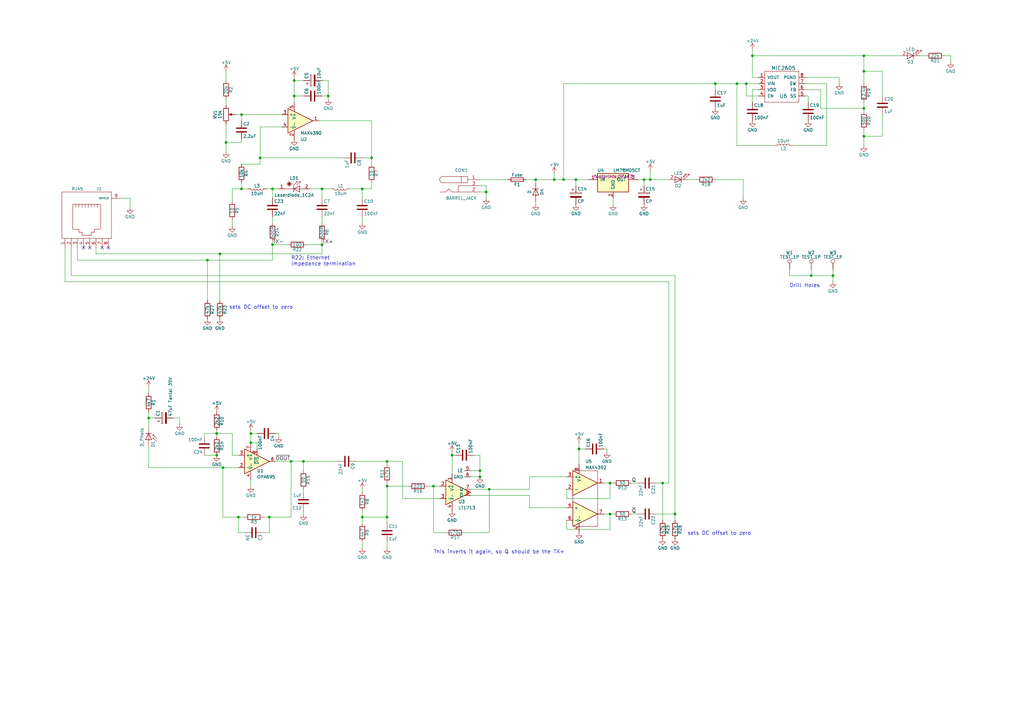
<source format=kicad_sch>
(kicad_sch (version 20230121) (generator eeschema)
  (paper "A3")
  (junction (at 354.33 55.88))
  (junction (at 111.76 100.33))
  (junction (at 158.75 212.09))
  (junction (at 250.19 210.82))
  (junction (at 264.16 73.66))
  (junction (at 110.49 212.09))
  (junction (at 200.66 200.66))
  (junction (at 354.33 44.45))
  (junction (at 134.62 39.37))
  (junction (at 124.46 189.23))
  (junction (at 306.07 34.29))
  (junction (at 85.09 106.68))
  (junction (at 354.33 29.21))
  (junction (at 102.87 181.61))
  (junction (at 119.38 189.23))
  (junction (at 231.14 73.66))
  (junction (at 308.61 22.86))
  (junction (at 132.08 77.47))
  (junction (at 92.71 58.42))
  (junction (at 158.75 189.23))
  (junction (at 158.75 199.39))
  (junction (at 196.85 195.58))
  (junction (at 91.44 191.77))
  (junction (at 111.76 77.47))
  (junction (at 199.39 78.74))
  (junction (at 97.79 212.09))
  (junction (at 185.42 186.69))
  (junction (at 196.85 193.04))
  (junction (at 219.71 73.66))
  (junction (at 102.87 177.8))
  (junction (at 88.9 177.8))
  (junction (at 148.59 77.47))
  (junction (at 120.65 33.02))
  (junction (at 250.19 198.12))
  (junction (at 132.08 100.33))
  (junction (at 99.06 77.47))
  (junction (at 99.06 46.99))
  (junction (at 88.9 186.69))
  (junction (at 236.22 73.66))
  (junction (at 341.63 113.03))
  (junction (at 177.8 199.39))
  (junction (at 227.33 73.66))
  (junction (at 237.49 184.15))
  (junction (at 106.68 64.77))
  (junction (at 152.4 64.77))
  (junction (at 120.65 39.37))
  (junction (at 266.7 73.66))
  (junction (at 271.78 198.12))
  (junction (at 293.37 34.29))
  (junction (at 332.74 113.03))
  (junction (at 148.59 212.09))
  (junction (at 276.86 210.82))
  (junction (at 354.33 22.86))
  (junction (at 90.17 104.14))
  (junction (at 302.26 34.29))
  (junction (at 60.96 171.45))
  (no_connect (at 41.91 101.6))
  (no_connect (at 36.83 101.6))
  (no_connect (at 44.45 101.6))
  (no_connect (at 34.29 101.6))
  (wire (pts (xy 158.75 199.39) (xy 158.75 212.09)))
  (wire (pts (xy 95.25 186.69) (xy 97.79 186.69)))
  (wire (pts (xy 232.41 204.47) (xy 232.41 200.66)))
  (wire (pts (xy 83.82 177.8) (xy 88.9 177.8)))
  (wire (pts (xy 102.87 181.61) (xy 105.41 181.61)))
  (wire (pts (xy 232.41 217.17) (xy 232.41 213.36)))
  (wire (pts (xy 114.3 177.8) (xy 114.3 179.07)))
  (wire (pts (xy 227.33 73.66) (xy 227.33 71.12)))
  (wire (pts (xy 219.71 83.82) (xy 219.71 82.55)))
  (wire (pts (xy 99.06 77.47) (xy 101.6 77.47)))
  (wire (pts (xy 99.06 58.42) (xy 92.71 58.42)))
  (wire (pts (xy 354.33 29.21) (xy 361.95 29.21)))
  (wire (pts (xy 143.51 77.47) (xy 148.59 77.47)))
  (wire (pts (xy 217.17 200.66) (xy 217.17 195.58)))
  (wire (pts (xy 134.62 39.37) (xy 132.08 39.37)))
  (wire (pts (xy 158.75 190.5) (xy 158.75 189.23)))
  (wire (pts (xy 132.08 81.28) (xy 132.08 77.47)))
  (wire (pts (xy 110.49 212.09) (xy 119.38 212.09)))
  (wire (pts (xy 158.75 224.79) (xy 158.75 222.25)))
  (wire (pts (xy 308.61 22.86) (xy 308.61 31.75)))
  (wire (pts (xy 331.47 39.37) (xy 330.2 39.37)))
  (wire (pts (xy 130.81 49.53) (xy 152.4 49.53)))
  (wire (pts (xy 83.82 186.69) (xy 88.9 186.69)))
  (wire (pts (xy 231.14 34.29) (xy 293.37 34.29)))
  (wire (pts (xy 152.4 49.53) (xy 152.4 64.77)))
  (wire (pts (xy 271.78 198.12) (xy 271.78 213.36)))
  (wire (pts (xy 91.44 191.77) (xy 91.44 212.09)))
  (wire (pts (xy 124.46 189.23) (xy 124.46 193.04)))
  (wire (pts (xy 124.46 189.23) (xy 138.43 189.23)))
  (wire (pts (xy 60.96 191.77) (xy 91.44 191.77)))
  (wire (pts (xy 237.49 181.61) (xy 237.49 184.15)))
  (wire (pts (xy 304.8 73.66) (xy 304.8 81.28)))
  (wire (pts (xy 165.1 204.47) (xy 180.34 204.47)))
  (wire (pts (xy 323.85 113.03) (xy 332.74 113.03)))
  (wire (pts (xy 308.61 31.75) (xy 311.15 31.75)))
  (wire (pts (xy 354.33 55.88) (xy 354.33 59.69)))
  (wire (pts (xy 124.46 210.82) (xy 124.46 209.55)))
  (wire (pts (xy 111.76 106.68) (xy 85.09 106.68)))
  (wire (pts (xy 29.21 113.03) (xy 276.86 113.03)))
  (wire (pts (xy 293.37 34.29) (xy 302.26 34.29)))
  (wire (pts (xy 236.22 76.2) (xy 236.22 73.66)))
  (wire (pts (xy 120.65 39.37) (xy 120.65 41.91)))
  (wire (pts (xy 60.96 171.45) (xy 60.96 175.26)))
  (wire (pts (xy 266.7 73.66) (xy 274.32 73.66)))
  (wire (pts (xy 271.78 198.12) (xy 274.32 198.12)))
  (wire (pts (xy 39.37 101.6) (xy 39.37 104.14)))
  (wire (pts (xy 106.68 52.07) (xy 106.68 64.77)))
  (wire (pts (xy 208.28 73.66) (xy 196.85 73.66)))
  (wire (pts (xy 341.63 110.49) (xy 341.63 113.03)))
  (wire (pts (xy 247.65 184.15) (xy 248.92 184.15)))
  (wire (pts (xy 152.4 64.77) (xy 152.4 67.31)))
  (wire (pts (xy 332.74 113.03) (xy 341.63 113.03)))
  (wire (pts (xy 217.17 203.2) (xy 217.17 208.28)))
  (wire (pts (xy 232.41 204.47) (xy 250.19 204.47)))
  (wire (pts (xy 102.87 176.53) (xy 102.87 177.8)))
  (wire (pts (xy 60.96 161.29) (xy 60.96 158.75)))
  (wire (pts (xy 323.85 110.49) (xy 323.85 113.03)))
  (wire (pts (xy 73.66 171.45) (xy 73.66 173.99)))
  (wire (pts (xy 361.95 46.99) (xy 361.95 55.88)))
  (wire (pts (xy 148.59 77.47) (xy 152.4 77.47)))
  (wire (pts (xy 148.59 212.09) (xy 148.59 214.63)))
  (wire (pts (xy 158.75 189.23) (xy 165.1 189.23)))
  (wire (pts (xy 175.26 199.39) (xy 177.8 199.39)))
  (wire (pts (xy 219.71 74.93) (xy 219.71 73.66)))
  (wire (pts (xy 293.37 73.66) (xy 304.8 73.66)))
  (wire (pts (xy 193.04 203.2) (xy 217.17 203.2)))
  (wire (pts (xy 97.79 212.09) (xy 100.33 212.09)))
  (wire (pts (xy 92.71 43.18) (xy 92.71 40.64)))
  (wire (pts (xy 95.25 177.8) (xy 95.25 186.69)))
  (wire (pts (xy 91.44 212.09) (xy 97.79 212.09)))
  (wire (pts (xy 336.55 36.83) (xy 336.55 44.45)))
  (wire (pts (xy 99.06 57.15) (xy 99.06 58.42)))
  (wire (pts (xy 196.85 186.69) (xy 196.85 193.04)))
  (wire (pts (xy 311.15 36.83) (xy 308.61 36.83)))
  (wire (pts (xy 336.55 44.45) (xy 354.33 44.45)))
  (wire (pts (xy 107.95 212.09) (xy 110.49 212.09)))
  (wire (pts (xy 83.82 177.8) (xy 83.82 179.07)))
  (wire (pts (xy 124.46 39.37) (xy 120.65 39.37)))
  (wire (pts (xy 250.19 217.17) (xy 250.19 210.82)))
  (wire (pts (xy 227.33 73.66) (xy 231.14 73.66)))
  (wire (pts (xy 196.85 193.04) (xy 196.85 195.58)))
  (wire (pts (xy 200.66 200.66) (xy 200.66 218.44)))
  (wire (pts (xy 217.17 195.58) (xy 232.41 195.58)))
  (wire (pts (xy 354.33 41.91) (xy 354.33 44.45)))
  (wire (pts (xy 330.2 36.83) (xy 336.55 36.83)))
  (wire (pts (xy 148.59 224.79) (xy 148.59 222.25)))
  (wire (pts (xy 247.65 210.82) (xy 250.19 210.82)))
  (wire (pts (xy 332.74 110.49) (xy 332.74 113.03)))
  (wire (pts (xy 29.21 101.6) (xy 29.21 113.03)))
  (wire (pts (xy 134.62 39.37) (xy 134.62 40.64)))
  (wire (pts (xy 99.06 46.99) (xy 115.57 46.99)))
  (wire (pts (xy 95.25 90.17) (xy 95.25 92.71)))
  (wire (pts (xy 269.24 210.82) (xy 276.86 210.82)))
  (wire (pts (xy 118.11 100.33) (xy 111.76 100.33)))
  (wire (pts (xy 237.49 184.15) (xy 240.03 184.15)))
  (wire (pts (xy 344.17 31.75) (xy 344.17 34.29)))
  (wire (pts (xy 293.37 36.83) (xy 293.37 34.29)))
  (wire (pts (xy 106.68 64.77) (xy 140.97 64.77)))
  (wire (pts (xy 302.26 34.29) (xy 306.07 34.29)))
  (wire (pts (xy 49.53 81.28) (xy 53.34 81.28)))
  (wire (pts (xy 361.95 29.21) (xy 361.95 39.37)))
  (wire (pts (xy 90.17 104.14) (xy 132.08 104.14)))
  (wire (pts (xy 308.61 22.86) (xy 354.33 22.86)))
  (wire (pts (xy 165.1 189.23) (xy 165.1 204.47)))
  (wire (pts (xy 199.39 78.74) (xy 199.39 81.28)))
  (wire (pts (xy 193.04 195.58) (xy 196.85 195.58)))
  (wire (pts (xy 194.31 186.69) (xy 196.85 186.69)))
  (wire (pts (xy 119.38 189.23) (xy 124.46 189.23)))
  (wire (pts (xy 106.68 52.07) (xy 115.57 52.07)))
  (wire (pts (xy 39.37 104.14) (xy 90.17 104.14)))
  (wire (pts (xy 99.06 49.53) (xy 99.06 46.99)))
  (wire (pts (xy 193.04 193.04) (xy 196.85 193.04)))
  (wire (pts (xy 232.41 217.17) (xy 250.19 217.17)))
  (wire (pts (xy 132.08 100.33) (xy 132.08 99.06)))
  (wire (pts (xy 250.19 198.12) (xy 251.46 198.12)))
  (wire (pts (xy 281.94 73.66) (xy 285.75 73.66)))
  (wire (pts (xy 276.86 210.82) (xy 276.86 213.36)))
  (wire (pts (xy 302.26 59.69) (xy 317.5 59.69)))
  (wire (pts (xy 148.59 212.09) (xy 158.75 212.09)))
  (wire (pts (xy 105.41 181.61) (xy 105.41 184.15)))
  (wire (pts (xy 330.2 34.29) (xy 339.09 34.29)))
  (wire (pts (xy 127 77.47) (xy 132.08 77.47)))
  (wire (pts (xy 389.89 22.86) (xy 389.89 25.4)))
  (wire (pts (xy 200.66 218.44) (xy 190.5 218.44)))
  (wire (pts (xy 308.61 20.32) (xy 308.61 22.86)))
  (wire (pts (xy 106.68 67.31) (xy 99.06 67.31)))
  (wire (pts (xy 120.65 31.75) (xy 120.65 33.02)))
  (wire (pts (xy 261.62 198.12) (xy 259.08 198.12)))
  (wire (pts (xy 276.86 113.03) (xy 276.86 210.82)))
  (wire (pts (xy 185.42 185.42) (xy 185.42 186.69)))
  (wire (pts (xy 196.85 78.74) (xy 199.39 78.74)))
  (wire (pts (xy 113.03 177.8) (xy 114.3 177.8)))
  (wire (pts (xy 199.39 76.2) (xy 199.39 78.74)))
  (wire (pts (xy 63.5 171.45) (xy 60.96 171.45)))
  (wire (pts (xy 152.4 77.47) (xy 152.4 74.93)))
  (wire (pts (xy 95.25 77.47) (xy 95.25 82.55)))
  (wire (pts (xy 148.59 200.66) (xy 148.59 201.93)))
  (wire (pts (xy 148.59 77.47) (xy 148.59 81.28)))
  (wire (pts (xy 88.9 176.53) (xy 88.9 177.8)))
  (wire (pts (xy 132.08 104.14) (xy 132.08 100.33)))
  (wire (pts (xy 339.09 34.29) (xy 339.09 59.69)))
  (wire (pts (xy 379.73 22.86) (xy 377.19 22.86)))
  (wire (pts (xy 331.47 41.91) (xy 331.47 39.37)))
  (wire (pts (xy 193.04 200.66) (xy 200.66 200.66)))
  (wire (pts (xy 146.05 189.23) (xy 158.75 189.23)))
  (wire (pts (xy 111.76 81.28) (xy 111.76 77.47)))
  (wire (pts (xy 248.92 184.15) (xy 248.92 185.42)))
  (wire (pts (xy 231.14 73.66) (xy 236.22 73.66)))
  (wire (pts (xy 99.06 74.93) (xy 99.06 77.47)))
  (wire (pts (xy 96.52 46.99) (xy 99.06 46.99)))
  (wire (pts (xy 158.75 198.12) (xy 158.75 199.39)))
  (wire (pts (xy 91.44 191.77) (xy 97.79 191.77)))
  (wire (pts (xy 177.8 218.44) (xy 182.88 218.44)))
  (wire (pts (xy 110.49 218.44) (xy 110.49 212.09)))
  (wire (pts (xy 261.62 73.66) (xy 264.16 73.66)))
  (wire (pts (xy 90.17 123.19) (xy 90.17 104.14)))
  (wire (pts (xy 339.09 59.69) (xy 325.12 59.69)))
  (wire (pts (xy 134.62 33.02) (xy 134.62 39.37)))
  (wire (pts (xy 26.67 115.57) (xy 274.32 115.57)))
  (wire (pts (xy 60.96 182.88) (xy 60.96 191.77)))
  (wire (pts (xy 236.22 73.66) (xy 241.3 73.66)))
  (wire (pts (xy 124.46 33.02) (xy 120.65 33.02)))
  (wire (pts (xy 111.76 77.47) (xy 114.3 77.47)))
  (wire (pts (xy 132.08 77.47) (xy 135.89 77.47)))
  (wire (pts (xy 269.24 198.12) (xy 271.78 198.12)))
  (wire (pts (xy 120.65 33.02) (xy 120.65 39.37)))
  (wire (pts (xy 111.76 99.06) (xy 111.76 100.33)))
  (wire (pts (xy 109.22 77.47) (xy 111.76 77.47)))
  (wire (pts (xy 237.49 184.15) (xy 237.49 190.5)))
  (wire (pts (xy 132.08 33.02) (xy 134.62 33.02)))
  (wire (pts (xy 111.76 91.44) (xy 111.76 88.9)))
  (wire (pts (xy 100.33 218.44) (xy 97.79 218.44)))
  (wire (pts (xy 92.71 33.02) (xy 92.71 29.21)))
  (wire (pts (xy 200.66 200.66) (xy 217.17 200.66)))
  (wire (pts (xy 308.61 36.83) (xy 308.61 41.91)))
  (wire (pts (xy 85.09 123.19) (xy 85.09 106.68)))
  (wire (pts (xy 158.75 199.39) (xy 167.64 199.39)))
  (wire (pts (xy 354.33 44.45) (xy 354.33 45.72)))
  (wire (pts (xy 311.15 39.37) (xy 306.07 39.37)))
  (wire (pts (xy 306.07 34.29) (xy 311.15 34.29)))
  (wire (pts (xy 106.68 64.77) (xy 106.68 67.31)))
  (wire (pts (xy 88.9 177.8) (xy 95.25 177.8)))
  (wire (pts (xy 60.96 168.91) (xy 60.96 171.45)))
  (wire (pts (xy 302.26 34.29) (xy 302.26 59.69)))
  (wire (pts (xy 148.59 209.55) (xy 148.59 212.09)))
  (wire (pts (xy 354.33 29.21) (xy 354.33 34.29)))
  (wire (pts (xy 125.73 100.33) (xy 132.08 100.33)))
  (wire (pts (xy 217.17 208.28) (xy 232.41 208.28)))
  (wire (pts (xy 113.03 189.23) (xy 119.38 189.23)))
  (wire (pts (xy 88.9 177.8) (xy 88.9 179.07)))
  (wire (pts (xy 177.8 199.39) (xy 180.34 199.39)))
  (wire (pts (xy 185.42 186.69) (xy 185.42 194.31)))
  (wire (pts (xy 158.75 212.09) (xy 158.75 214.63)))
  (wire (pts (xy 354.33 22.86) (xy 354.33 29.21)))
  (wire (pts (xy 354.33 22.86) (xy 369.57 22.86)))
  (wire (pts (xy 92.71 50.8) (xy 92.71 58.42)))
  (wire (pts (xy 251.46 83.82) (xy 251.46 81.28)))
  (wire (pts (xy 148.59 64.77) (xy 152.4 64.77)))
  (wire (pts (xy 306.07 39.37) (xy 306.07 34.29)))
  (wire (pts (xy 124.46 201.93) (xy 124.46 200.66)))
  (wire (pts (xy 71.12 171.45) (xy 73.66 171.45)))
  (wire (pts (xy 111.76 100.33) (xy 111.76 106.68)))
  (wire (pts (xy 250.19 210.82) (xy 251.46 210.82)))
  (wire (pts (xy 264.16 76.2) (xy 264.16 73.66)))
  (wire (pts (xy 341.63 113.03) (xy 341.63 115.57)))
  (wire (pts (xy 119.38 212.09) (xy 119.38 189.23)))
  (wire (pts (xy 274.32 198.12) (xy 274.32 115.57)))
  (wire (pts (xy 266.7 73.66) (xy 266.7 69.85)))
  (wire (pts (xy 132.08 91.44) (xy 132.08 88.9)))
  (wire (pts (xy 85.09 106.68) (xy 31.75 106.68)))
  (wire (pts (xy 31.75 101.6) (xy 31.75 106.68)))
  (wire (pts (xy 387.35 22.86) (xy 389.89 22.86)))
  (wire (pts (xy 250.19 204.47) (xy 250.19 198.12)))
  (wire (pts (xy 102.87 199.39) (xy 102.87 196.85)))
  (wire (pts (xy 53.34 81.28) (xy 53.34 85.09)))
  (wire (pts (xy 177.8 199.39) (xy 177.8 218.44)))
  (wire (pts (xy 219.71 73.66) (xy 227.33 73.66)))
  (wire (pts (xy 95.25 77.47) (xy 99.06 77.47)))
  (wire (pts (xy 361.95 55.88) (xy 354.33 55.88)))
  (wire (pts (xy 330.2 31.75) (xy 344.17 31.75)))
  (wire (pts (xy 148.59 91.44) (xy 148.59 88.9)))
  (wire (pts (xy 247.65 198.12) (xy 250.19 198.12)))
  (wire (pts (xy 107.95 218.44) (xy 110.49 218.44)))
  (wire (pts (xy 92.71 58.42) (xy 92.71 62.23)))
  (wire (pts (xy 196.85 76.2) (xy 199.39 76.2)))
  (wire (pts (xy 264.16 73.66) (xy 266.7 73.66)))
  (wire (pts (xy 105.41 177.8) (xy 102.87 177.8)))
  (wire (pts (xy 185.42 186.69) (xy 186.69 186.69)))
  (wire (pts (xy 26.67 101.6) (xy 26.67 115.57)))
  (wire (pts (xy 354.33 53.34) (xy 354.33 55.88)))
  (wire (pts (xy 102.87 177.8) (xy 102.87 181.61)))
  (wire (pts (xy 231.14 34.29) (xy 231.14 73.66)))
  (wire (pts (xy 215.9 73.66) (xy 219.71 73.66)))
  (wire (pts (xy 97.79 218.44) (xy 97.79 212.09)))
  (wire (pts (xy 261.62 210.82) (xy 259.08 210.82)))
  (text "R22: Ethernet\nimpedance termination" (at 119.38 109.22 0) (effects (font (size 1.524 1.524)) (justify left bottom)))
  (text "sets DC offset to zero" (at 93.98 127 0) (effects (font (size 1.524 1.524)) (justify left bottom)))
  (text "sets DC offset to zero" (at 281.94 219.71 0) (effects (font (size 1.524 1.524)) (justify left bottom)))
  (text "Drill Holes\n" (at 323.85 118.11 0) (effects (font (size 1.524 1.524)) (justify left bottom)))
  (text "This inverts it again, so Q should be the TX+" (at 177.8 227.33 0) (effects (font (size 1.524 1.524)) (justify left bottom)))
  (label "Q" (at 259.08 198.12 0) (effects (font (size 1.524 1.524))))
  (label "~{Q}" (at 259.08 210.82 0) (effects (font (size 1.524 1.524))))
  (label "~{DOUT}" (at 113.03 189.23 0) (effects (font (size 1.524 1.524))))
  (label "TX-" (at 111.76 100.33 0) (effects (font (size 1.524 1.524))))
  (label "TX+" (at 132.08 100.33 0) (effects (font (size 1.524 1.524))))
  (symbol (lib_id "ethernet:MAX4390") (at 120.65 49.53 0) (unit 1)
    (property "Reference" "U2" (at 123.19 57.15 0) (effects (justify left)))
    (property "Value" "MAX4390" (at 123.19 54.61 0) (effects (justify left)))
    (property "Footprint" "TO_SOT_Packages_SMD:SOT-23-5" (effects hide))
  )
  (symbol (lib_id "ethernet-rescue:R") (at 95.25 86.36 0) (unit 1)
    (property "Reference" "R5" (at 97.282 86.36 90))
    (property "Value" "10" (at 95.25 86.36 90))
    (property "Footprint" "Resistors_SMD:R_0603_HandSoldering" (effects hide))
    (property "MFR" "0603WAF100JT5E" (effects hide))
    (property "LCSC" "C22859" (effects hide))
    (property "Description" "100mW Thick Film Resistors ±1% ±400ppm/℃ 10Ω 0603  Chip Resistor - Surface Mount ROHS" (effects hide))
    (property "URL" "https://jlcpcb.com/partdetail/23586-0603WAF100JT5E/C22859" (effects hide))
  )
  (symbol (lib_id "ethernet-rescue:Laserdiode_1C2A") (at 121.92 77.47 0) (unit 1)
    (property "Reference" "LD1" (at 120.65 73.025 0))
    (property "Value" "Laserdiode_1C2A" (at 120.65 80.01 0))
    (property "Footprint" "footprints:laserdiode_6mm" (effects hide))
  )
  (symbol (lib_id "ethernet-rescue:L") (at 139.7 77.47 270) (unit 1)
    (property "Reference" "L1" (at 139.7 76.2 90))
    (property "Value" "10uH" (at 139.7 79.375 90))
    (property "Footprint" "Capacitors_SMD:C_1210_HandSoldering" (effects hide))
  )
  (symbol (lib_id "ethernet-rescue:C") (at 132.08 85.09 0) (unit 1)
    (property "Reference" "C7" (at 132.715 82.55 0) (effects (justify left)))
    (property "Value" "22nF" (at 132.715 87.63 0) (effects (justify left)))
    (property "Footprint" "Capacitors_SMD:C_0603_HandSoldering" (effects hide))
  )
  (symbol (lib_id "ethernet-rescue:R") (at 132.08 95.25 0) (unit 1)
    (property "Reference" "R6" (at 134.112 95.25 90))
    (property "Value" "500R" (at 132.08 95.25 90))
    (property "Footprint" "Resistors_SMD:R_0603_HandSoldering" (effects hide))
    (property "MFR" "0603WAF4990T5E" (effects hide))
    (property "LCSC" "C23065" (effects hide))
    (property "Description" "100mW Thick Film Resistors ±100ppm/℃ ±1% 499Ω 0603  Chip Resistor - Surface Mount ROHS" (effects hide))
    (property "URL" "https://jlcpcb.com/partdetail/23792-0603WAF4990T5E/C23065" (effects hide))
  )
  (symbol (lib_id "ethernet-rescue:GND") (at 95.25 92.71 0) (unit 1)
    (property "Reference" "#PWR01" (effects hide))
    (property "Value" "GND" (at 95.25 96.52 0))
  )
  (symbol (lib_id "ethernet-rescue:GND") (at 120.65 57.15 0) (unit 1)
    (property "Reference" "#PWR02" (effects hide))
    (property "Value" "GND" (at 120.65 60.96 0))
  )
  (symbol (lib_id "ethernet-rescue:POT") (at 92.71 46.99 0) (unit 1)
    (property "Reference" "RV1" (at 88.265 46.99 90))
    (property "Value" "15k" (at 90.17 46.99 90))
    (property "Footprint" "footprints:TC33k" (effects hide))
  )
  (symbol (lib_id "ethernet-rescue:+5V") (at 92.71 29.21 0) (unit 1)
    (property "Reference" "#PWR03" (effects hide))
    (property "Value" "+5V" (at 92.71 25.654 0))
  )
  (symbol (lib_id "ethernet-rescue:+5V") (at 120.65 31.75 0) (unit 1)
    (property "Reference" "#PWR04" (effects hide))
    (property "Value" "+5V" (at 120.65 28.194 0))
  )
  (symbol (lib_id "ethernet-rescue:GND") (at 92.71 62.23 0) (unit 1)
    (property "Reference" "#PWR05" (effects hide))
    (property "Value" "GND" (at 92.71 66.04 0))
  )
  (symbol (lib_id "ethernet-rescue:C") (at 128.27 39.37 90) (unit 1)
    (property "Reference" "C6" (at 125.73 38.735 0) (effects (justify left)))
    (property "Value" "100nF" (at 130.81 38.735 0) (effects (justify left)))
    (property "Footprint" "Capacitors_SMD:C_0603_HandSoldering" (effects hide))
  )
  (symbol (lib_id "ethernet-rescue:GND") (at 134.62 40.64 0) (unit 1)
    (property "Reference" "#PWR06" (effects hide))
    (property "Value" "GND" (at 134.62 44.45 0))
  )
  (symbol (lib_id "ethernet-rescue:CP") (at 128.27 33.02 90) (unit 1)
    (property "Reference" "C5" (at 125.73 32.385 0) (effects (justify left)))
    (property "Value" "10uF" (at 130.81 32.385 0) (effects (justify left)))
    (property "Footprint" "Capacitors_SMD:CP_Elec_4x5.8" (effects hide))
    (property "MFR" "EEEFK1E100AR" (effects hide))
    (property "LCSC" "C401709" (effects hide))
    (property "Description" "10uF 25V 58.5mA@120Hz ±20% SMD,D4xL5.8mm  Aluminum Electrolytic Capacitors - SMD ROHS" (effects hide))
    (property "URL" "https://jlcpcb.com/partdetail/Panasonic-EEEFK1E100AR/C401709" (effects hide))
  )
  (symbol (lib_id "ethernet-rescue:C") (at 148.59 85.09 0) (unit 1)
    (property "Reference" "C10" (at 149.225 82.55 0) (effects (justify left)))
    (property "Value" "100nF" (at 149.225 87.63 0) (effects (justify left)))
    (property "Footprint" "Capacitors_SMD:C_0603_HandSoldering" (effects hide))
  )
  (symbol (lib_id "ethernet-rescue:GND") (at 148.59 91.44 0) (unit 1)
    (property "Reference" "#PWR07" (effects hide))
    (property "Value" "GND" (at 148.59 95.25 0))
  )
  (symbol (lib_id "ethernet-rescue:R") (at 99.06 71.12 0) (unit 1)
    (property "Reference" "R4" (at 101.092 71.12 90))
    (property "Value" "10k" (at 99.06 71.12 90))
    (property "Footprint" "Resistors_SMD:R_0603_HandSoldering" (effects hide))
    (property "MFR" "0603WAF1002T5E" (effects hide))
    (property "LCSC" "C25804" (effects hide))
    (property "Description" "100mW Thick Film Resistors ±100ppm/℃ ±1% 10kΩ 0603  Chip Resistor - Surface Mount ROHS" (effects hide))
    (property "URL" "https://jlcpcb.com/partdetail/26547-0603WAF1002T5E/C25804" (effects hide))
  )
  (symbol (lib_id "ethernet-rescue:R") (at 152.4 71.12 0) (unit 1)
    (property "Reference" "R7" (at 154.432 71.12 90))
    (property "Value" "10" (at 152.4 71.12 90))
    (property "Footprint" "Resistors_SMD:R_0603_HandSoldering" (effects hide))
    (property "MFR" "0603WAF100JT5E" (effects hide))
    (property "LCSC" "C22859" (effects hide))
    (property "Description" "100mW Thick Film Resistors ±1% ±400ppm/℃ 10Ω 0603  Chip Resistor - Surface Mount ROHS" (effects hide))
    (property "URL" "https://jlcpcb.com/partdetail/23586-0603WAF100JT5E/C22859" (effects hide))
  )
  (symbol (lib_id "ethernet-rescue:C") (at 144.78 64.77 270) (unit 1)
    (property "Reference" "C8" (at 147.32 65.405 0) (effects (justify left)))
    (property "Value" "1uF" (at 142.24 65.405 0) (effects (justify left)))
    (property "Footprint" "Capacitors_SMD:C_0603_HandSoldering" (effects hide))
  )
  (symbol (lib_id "ethernet-rescue:R") (at 92.71 36.83 0) (unit 1)
    (property "Reference" "R2" (at 94.742 36.83 90))
    (property "Value" "20k" (at 92.71 36.83 90))
    (property "Footprint" "Resistors_SMD:R_0603_HandSoldering" (effects hide))
    (property "MFR" "0603WAF2002T5E" (effects hide))
    (property "LCSC" "C4184" (effects hide))
    (property "Description" "100mW Thick Film Resistors ±100ppm/℃ ±1% 20kΩ 0603  Chip Resistor - Surface Mount ROHS" (effects hide))
    (property "URL" "https://jlcpcb.com/partdetail/4591-0603WAF2002T5E/C4184" (effects hide))
  )
  (symbol (lib_id "ethernet-rescue:C") (at 99.06 53.34 0) (unit 1)
    (property "Reference" "C2" (at 99.695 50.8 0) (effects (justify left)))
    (property "Value" "2.2uF" (at 99.695 55.88 0) (effects (justify left)))
    (property "Footprint" "Capacitors_SMD:C_0603_HandSoldering" (effects hide))
  )
  (symbol (lib_id "ethernet-rescue:R") (at 158.75 194.31 180) (unit 1)
    (property "Reference" "R11" (at 156.718 194.31 90))
    (property "Value" "47k" (at 158.75 194.31 90))
    (property "Footprint" "Resistors_SMD:R_0603_HandSoldering" (effects hide))
    (property "MFR" "0603WAF4702T5E" (effects hide))
    (property "LCSC" "C25819" (effects hide))
    (property "Description" "100mW Thick Film Resistors ±100ppm/℃ ±1% 47kΩ 0603  Chip Resistor - Surface Mount ROHS" (effects hide))
    (property "URL" "https://jlcpcb.com/partdetail/26562-0603WAF4702T5E/C25819" (effects hide))
  )
  (symbol (lib_id "ethernet-rescue:C") (at 158.75 218.44 0) (unit 1)
    (property "Reference" "C11" (at 159.385 215.9 0) (effects (justify left)))
    (property "Value" "1uF" (at 159.385 220.98 0) (effects (justify left)))
    (property "Footprint" "Capacitors_SMD:C_0603_HandSoldering" (effects hide))
  )
  (symbol (lib_id "ethernet-rescue:GND") (at 158.75 224.79 0) (unit 1)
    (property "Reference" "#PWR08" (effects hide))
    (property "Value" "GND" (at 158.75 228.6 0))
  )
  (symbol (lib_id "ethernet-rescue:+5V") (at 185.42 185.42 0) (unit 1)
    (property "Reference" "#PWR09" (effects hide))
    (property "Value" "+5V" (at 185.42 181.864 0))
  )
  (symbol (lib_id "ethernet-rescue:GND") (at 185.42 209.55 0) (unit 1)
    (property "Reference" "#PWR010" (effects hide))
    (property "Value" "GND" (at 185.42 213.36 0))
  )
  (symbol (lib_id "ethernet-rescue:C") (at 190.5 186.69 90) (unit 1)
    (property "Reference" "C13" (at 187.96 186.055 0) (effects (justify left)))
    (property "Value" "100nF" (at 193.04 186.055 0) (effects (justify left)))
    (property "Footprint" "Capacitors_SMD:C_0603_HandSoldering" (effects hide))
  )
  (symbol (lib_id "ethernet-rescue:GND") (at 196.85 195.58 0) (unit 1)
    (property "Reference" "#PWR011" (effects hide))
    (property "Value" "GND" (at 196.85 199.39 0))
  )
  (symbol (lib_id "ethernet-rescue:C") (at 142.24 189.23 270) (unit 1)
    (property "Reference" "C9" (at 144.78 189.865 0) (effects (justify left)))
    (property "Value" "22nF" (at 139.7 189.865 0) (effects (justify left)))
    (property "Footprint" "Capacitors_SMD:C_0603_HandSoldering" (effects hide))
  )
  (symbol (lib_id "ethernet:LT1713") (at 185.42 201.93 0) (unit 1)
    (property "Reference" "U3" (at 187.96 205.74 0) (effects (justify left)))
    (property "Value" "LT1713" (at 187.96 208.28 0) (effects (justify left)))
    (property "Footprint" "Housings_SSOP:MSOP-8_3x3mm_Pitch0.65mm" (effects hide))
  )
  (symbol (lib_id "ethernet-rescue:RJ45") (at 35.56 90.17 0) (unit 1)
    (property "Reference" "J1" (at 40.64 77.47 0))
    (property "Value" "RJ45" (at 31.75 77.47 0))
    (property "Footprint" "footprints:RJ45_AMPH" (effects hide))
  )
  (symbol (lib_id "ethernet-rescue:GND") (at 53.34 85.09 0) (unit 1)
    (property "Reference" "#PWR012" (effects hide))
    (property "Value" "GND" (at 53.34 88.9 0))
  )
  (symbol (lib_id "ethernet-rescue:R") (at 148.59 205.74 0) (unit 1)
    (property "Reference" "R8" (at 150.622 205.74 90))
    (property "Value" "1k2" (at 148.59 205.74 90))
    (property "Footprint" "Resistors_SMD:R_0603_HandSoldering" (effects hide))
    (property "MFR" "0603WAF1201T5E" (effects hide))
    (property "LCSC" "C22765" (effects hide))
    (property "Description" "100mW Thick Film Resistors ±100ppm/℃ ±1% 1.2kΩ 0603  Chip Resistor - Surface Mount ROHS" (effects hide))
    (property "URL" "https://jlcpcb.com/partdetail/23492-0603WAF1201T5E/C22765" (effects hide))
  )
  (symbol (lib_id "ethernet-rescue:R") (at 148.59 218.44 0) (unit 1)
    (property "Reference" "R9" (at 150.622 218.44 90))
    (property "Value" "4k7" (at 148.59 218.44 90))
    (property "Footprint" "Resistors_SMD:R_0603_HandSoldering" (effects hide))
    (property "MFR" "0603WAF4701T5E" (effects hide))
    (property "LCSC" "C23162" (effects hide))
    (property "Description" "100mW Thick Film Resistors ±100ppm/℃ ±1% 4.7kΩ 0603  Chip Resistor - Surface Mount ROHS" (effects hide))
    (property "URL" "https://jlcpcb.com/partdetail/23889-0603WAF4701T5E/C23162" (effects hide))
  )
  (symbol (lib_id "ethernet-rescue:+5V") (at 148.59 200.66 0) (unit 1)
    (property "Reference" "#PWR013" (effects hide))
    (property "Value" "+5V" (at 148.59 197.104 0))
  )
  (symbol (lib_id "ethernet-rescue:GND") (at 148.59 224.79 0) (unit 1)
    (property "Reference" "#PWR014" (effects hide))
    (property "Value" "GND" (at 148.59 228.6 0))
  )
  (symbol (lib_id "ethernet-rescue:D_Photo") (at 60.96 180.34 270) (unit 1)
    (property "Reference" "D1" (at 62.738 180.848 0) (effects (justify left)))
    (property "Value" "D_Photo" (at 58.166 179.324 0))
    (property "Footprint" "LEDs:LED_D3.0mm_Horicontal_O2.54mm" (effects hide))
  )
  (symbol (lib_id "ethernet-rescue:+24V") (at 60.96 158.75 0) (unit 1)
    (property "Reference" "#PWR015" (effects hide))
    (property "Value" "+24V" (at 60.96 155.194 0))
  )
  (symbol (lib_id "ethernet-rescue:R") (at 60.96 165.1 0) (unit 1)
    (property "Reference" "R1" (at 62.992 165.1 90))
    (property "Value" "4k7" (at 60.96 165.1 90))
    (property "Footprint" "Resistors_SMD:R_0603_HandSoldering" (effects hide))
    (property "MFR" "0603WAF4701T5E" (effects hide))
    (property "LCSC" "C23162" (effects hide))
    (property "Description" "100mW Thick Film Resistors ±100ppm/℃ ±1% 4.7kΩ 0603  Chip Resistor - Surface Mount ROHS" (effects hide))
    (property "URL" "https://jlcpcb.com/partdetail/23889-0603WAF4701T5E/C23162" (effects hide))
  )
  (symbol (lib_id "ethernet:OPA695") (at 102.87 189.23 0) (unit 1)
    (property "Reference" "U1" (at 105.41 193.04 0) (effects (justify left)))
    (property "Value" "OPA695" (at 105.41 195.58 0) (effects (justify left)))
    (property "Footprint" "Housings_SOIC:SOIC-8_3.9x4.9mm_Pitch1.27mm" (effects hide))
  )
  (symbol (lib_id "ethernet-rescue:GND") (at 73.66 173.99 0) (unit 1)
    (property "Reference" "#PWR016" (effects hide))
    (property "Value" "GND" (at 73.66 177.8 0))
  )
  (symbol (lib_id "ethernet-rescue:R") (at 104.14 212.09 270) (unit 1)
    (property "Reference" "R3" (at 104.14 214.122 90))
    (property "Value" "1k" (at 104.14 212.09 90))
    (property "Footprint" "Resistors_SMD:R_0603_HandSoldering" (effects hide))
    (property "MFR" "0603WAF1001T5E" (effects hide))
    (property "LCSC" "C21190" (effects hide))
    (property "Description" "100mW Thick Film Resistors ±100ppm/℃ ±1% 1kΩ 0603  Chip Resistor - Surface Mount ROHS" (effects hide))
    (property "URL" "https://jlcpcb.com/partdetail/21904-0603WAF1001T5E/C21190" (effects hide))
  )
  (symbol (lib_id "ethernet-rescue:C") (at 104.14 218.44 270) (unit 1)
    (property "Reference" "C3" (at 106.68 219.075 0) (effects (justify left)))
    (property "Value" "NC" (at 101.6 219.075 0) (effects (justify left)))
    (property "Footprint" "Capacitors_SMD:C_0603_HandSoldering" (effects hide))
  )
  (symbol (lib_id "ethernet-rescue:+5V") (at 102.87 176.53 0) (unit 1)
    (property "Reference" "#PWR017" (effects hide))
    (property "Value" "+5V" (at 102.87 172.974 0))
  )
  (symbol (lib_id "ethernet-rescue:C") (at 109.22 177.8 270) (unit 1)
    (property "Reference" "C4" (at 111.76 178.435 0) (effects (justify left)))
    (property "Value" "100nF" (at 106.68 178.435 0) (effects (justify left)))
    (property "Footprint" "Capacitors_SMD:C_0603_HandSoldering" (effects hide))
  )
  (symbol (lib_id "ethernet-rescue:GND") (at 114.3 179.07 0) (unit 1)
    (property "Reference" "#PWR018" (effects hide))
    (property "Value" "GND" (at 114.3 182.88 0))
  )
  (symbol (lib_id "ethernet-rescue:GND") (at 102.87 199.39 0) (unit 1)
    (property "Reference" "#PWR019" (effects hide))
    (property "Value" "GND" (at 102.87 203.2 0))
  )
  (symbol (lib_id "ethernet-rescue:R") (at 255.27 198.12 270) (unit 1)
    (property "Reference" "R12" (at 255.27 200.152 90))
    (property "Value" "50" (at 255.27 198.12 90))
    (property "Footprint" "Resistors_SMD:R_0603_HandSoldering" (effects hide))
    (property "MFR" "0603WAF499JT5E" (effects hide))
    (property "LCSC" "C23185" (effects hide))
    (property "Description" "100mW Thick Film Resistors ±100ppm/℃ ±1% 49.9Ω 0603  Chip Resistor - Surface Mount ROHS" (effects hide))
    (property "URL" "https://jlcpcb.com/partdetail/23912-0603WAF499JT5E/C23185" (effects hide))
  )
  (symbol (lib_id "ethernet:MAX4392") (at 237.49 198.12 0) (unit 1)
    (property "Reference" "U5" (at 240.03 189.23 0) (effects (justify left)))
    (property "Value" "MAX4392" (at 240.03 191.77 0) (effects (justify left)))
    (property "Footprint" "footprints:umax8" (effects hide))
  )
  (symbol (lib_id "ethernet-rescue:GND") (at 237.49 218.44 0) (unit 1)
    (property "Reference" "#PWR020" (effects hide))
    (property "Value" "GND" (at 237.49 222.25 0))
  )
  (symbol (lib_id "ethernet-rescue:+5V") (at 237.49 181.61 0) (unit 1)
    (property "Reference" "#PWR021" (effects hide))
    (property "Value" "+5V" (at 237.49 178.054 0))
  )
  (symbol (lib_id "ethernet-rescue:R") (at 255.27 210.82 270) (unit 1)
    (property "Reference" "R13" (at 255.27 212.852 90))
    (property "Value" "50" (at 255.27 210.82 90))
    (property "Footprint" "Resistors_SMD:R_0603_HandSoldering" (effects hide))
    (property "MFR" "0603WAF499JT5E" (effects hide))
    (property "LCSC" "C23185" (effects hide))
    (property "Description" "100mW Thick Film Resistors ±100ppm/℃ ±1% 49.9Ω 0603  Chip Resistor - Surface Mount ROHS" (effects hide))
    (property "URL" "https://jlcpcb.com/partdetail/23912-0603WAF499JT5E/C23185" (effects hide))
  )
  (symbol (lib_id "ethernet-rescue:C") (at 243.84 184.15 90) (unit 1)
    (property "Reference" "C16" (at 241.3 183.515 0) (effects (justify left)))
    (property "Value" "100nF" (at 246.38 183.515 0) (effects (justify left)))
    (property "Footprint" "Capacitors_SMD:C_0603_HandSoldering" (effects hide))
  )
  (symbol (lib_id "ethernet-rescue:GND") (at 248.92 185.42 0) (unit 1)
    (property "Reference" "#PWR022" (effects hide))
    (property "Value" "GND" (at 248.92 189.23 0))
  )
  (symbol (lib_id "ethernet-rescue:BARREL_JACK") (at 189.23 76.2 0) (unit 1)
    (property "Reference" "CON1" (at 189.23 69.85 0))
    (property "Value" "BARREL_JACK" (at 189.23 81.28 0))
    (property "Footprint" "Connect:BARREL_JACK" (effects hide))
  )
  (symbol (lib_id "ethernet-rescue:GND") (at 199.39 81.28 0) (unit 1)
    (property "Reference" "#PWR023" (effects hide))
    (property "Value" "GND" (at 199.39 85.09 0))
  )
  (symbol (lib_id "ethernet-rescue:+9V") (at 227.33 71.12 0) (unit 1)
    (property "Reference" "#PWR024" (effects hide))
    (property "Value" "+9V" (at 227.33 67.564 0))
  )
  (symbol (lib_id "ethernet-rescue:LM78M05CT") (at 251.46 74.93 0) (unit 1)
    (property "Reference" "U4" (at 246.38 69.85 0))
    (property "Value" "LM78M05CT" (at 251.46 69.85 0) (effects (justify left)))
    (property "Footprint" "footprints:DPAK3" (at 251.46 72.39 0) (effects (font italic)))
  )
  (symbol (lib_id "ethernet-rescue:GND") (at 251.46 83.82 0) (unit 1)
    (property "Reference" "#PWR025" (effects hide))
    (property "Value" "GND" (at 251.46 87.63 0))
  )
  (symbol (lib_id "ethernet-rescue:+5V") (at 266.7 69.85 0) (unit 1)
    (property "Reference" "#PWR026" (effects hide))
    (property "Value" "+5V" (at 266.7 66.294 0))
  )
  (symbol (lib_id "ethernet-rescue:CP") (at 236.22 80.01 0) (unit 1)
    (property "Reference" "C14" (at 236.855 77.47 0) (effects (justify left)))
    (property "Value" "CP" (at 236.855 82.55 0) (effects (justify left)))
    (property "Footprint" "Capacitors_SMD:CP_Elec_4x5.8" (effects hide))
    (property "MFR" "EEEFK1E100AR" (effects hide))
    (property "LCSC" "C401709" (effects hide))
    (property "Description" "10uF 25V 58.5mA@120Hz ±20% SMD,D4xL5.8mm  Aluminum Electrolytic Capacitors - SMD ROHS" (effects hide))
    (property "URL" "https://jlcpcb.com/partdetail/Panasonic-EEEFK1E100AR/C401709" (effects hide))
  )
  (symbol (lib_id "ethernet-rescue:CP") (at 264.16 80.01 0) (unit 1)
    (property "Reference" "C15" (at 264.795 77.47 0) (effects (justify left)))
    (property "Value" "CP" (at 264.795 82.55 0) (effects (justify left)))
    (property "Footprint" "Capacitors_SMD:CP_Elec_4x5.8" (effects hide))
    (property "MFR" "EEEFK1E100AR" (effects hide))
    (property "LCSC" "C401709" (effects hide))
    (property "Description" "10uF 25V 58.5mA@120Hz ±20% SMD,D4xL5.8mm  Aluminum Electrolytic Capacitors - SMD ROHS" (effects hide))
    (property "URL" "https://jlcpcb.com/partdetail/Panasonic-EEEFK1E100AR/C401709" (effects hide))
  )
  (symbol (lib_id "ethernet-rescue:GND") (at 264.16 83.82 0) (unit 1)
    (property "Reference" "#PWR027" (effects hide))
    (property "Value" "GND" (at 264.16 87.63 0))
  )
  (symbol (lib_id "ethernet-rescue:GND") (at 236.22 83.82 0) (unit 1)
    (property "Reference" "#PWR028" (effects hide))
    (property "Value" "GND" (at 236.22 87.63 0))
  )
  (symbol (lib_id "ethernet-rescue:Fuse") (at 212.09 73.66 270) (unit 1)
    (property "Reference" "F1" (at 212.09 75.692 90))
    (property "Value" "Fuse" (at 212.09 71.755 90))
    (property "Footprint" "Fuse_Holders_and_Fuses:Fuseholder5x20_horiz_SemiClosed_Casing10x25mm" (effects hide))
  )
  (symbol (lib_id "ethernet-rescue:+5V") (at 88.9 168.91 0) (unit 1)
    (property "Reference" "#PWR029" (effects hide))
    (property "Value" "+5V" (at 88.9 165.354 0))
  )
  (symbol (lib_id "ethernet-rescue:R") (at 88.9 172.72 0) (unit 1)
    (property "Reference" "R10" (at 90.932 172.72 90))
    (property "Value" "2k2" (at 88.9 172.72 90))
    (property "Footprint" "Resistors_SMD:R_0603_HandSoldering" (effects hide))
    (property "MFR" "0603WAF2201T5E" (effects hide))
    (property "LCSC" "C4190" (effects hide))
    (property "Description" "100mW Thick Film Resistors ±100ppm/℃ ±1% 2.2kΩ 0603  Chip Resistor - Surface Mount ROHS" (effects hide))
    (property "URL" "https://jlcpcb.com/partdetail/4597-0603WAF2201T5E/C4190" (effects hide))
  )
  (symbol (lib_id "ethernet-rescue:R") (at 88.9 182.88 0) (unit 1)
    (property "Reference" "R14" (at 90.932 182.88 90))
    (property "Value" "2k2" (at 88.9 182.88 90))
    (property "Footprint" "Resistors_SMD:R_0603_HandSoldering" (effects hide))
    (property "MFR" "0603WAF2201T5E" (effects hide))
    (property "LCSC" "C4190" (effects hide))
    (property "Description" "100mW Thick Film Resistors ±100ppm/℃ ±1% 2.2kΩ 0603  Chip Resistor - Surface Mount ROHS" (effects hide))
    (property "URL" "https://jlcpcb.com/partdetail/4597-0603WAF2201T5E/C4190" (effects hide))
  )
  (symbol (lib_id "ethernet-rescue:GND") (at 88.9 186.69 0) (unit 1)
    (property "Reference" "#PWR030" (effects hide))
    (property "Value" "GND" (at 88.9 190.5 0))
  )
  (symbol (lib_id "ethernet-rescue:R") (at 171.45 199.39 270) (unit 1)
    (property "Reference" "R16" (at 171.45 201.422 90))
    (property "Value" "220" (at 171.45 199.39 90))
    (property "Footprint" "Resistors_SMD:R_0603_HandSoldering" (effects hide))
    (property "MFR" "0603WAF2200T5E" (effects hide))
    (property "LCSC" "C22962" (effects hide))
    (property "Description" "100mW Thick Film Resistors ±100ppm/℃ ±1% 220Ω 0603  Chip Resistor - Surface Mount ROHS" (effects hide))
    (property "URL" "https://jlcpcb.com/partdetail/23689-0603WAF2200T5E/C22962" (effects hide))
  )
  (symbol (lib_id "ethernet-rescue:R") (at 186.69 218.44 270) (unit 1)
    (property "Reference" "R17" (at 186.69 220.472 90))
    (property "Value" "470k" (at 186.69 218.44 90))
    (property "Footprint" "Resistors_SMD:R_0603_HandSoldering" (effects hide))
    (property "MFR" "0603WAF4703T5E" (effects hide))
    (property "LCSC" "C23178" (effects hide))
    (property "Description" "100mW Thick Film Resistors ±100ppm/℃ ±1% 470kΩ 0603  Chip Resistor - Surface Mount ROHS" (effects hide))
    (property "URL" "https://jlcpcb.com/partdetail/23905-0603WAF4703T5E/C23178" (effects hide))
  )
  (symbol (lib_id "ethernet-rescue:R") (at 124.46 196.85 0) (unit 1)
    (property "Reference" "R15" (at 126.492 196.85 90))
    (property "Value" "50" (at 124.46 196.85 90))
    (property "Footprint" "Resistors_SMD:R_0603_HandSoldering" (effects hide))
    (property "MFR" "0603WAF499JT5E" (effects hide))
    (property "LCSC" "C23185" (effects hide))
    (property "Description" "100mW Thick Film Resistors ±100ppm/℃ ±1% 49.9Ω 0603  Chip Resistor - Surface Mount ROHS" (effects hide))
    (property "URL" "https://jlcpcb.com/partdetail/23912-0603WAF499JT5E/C23185" (effects hide))
  )
  (symbol (lib_id "ethernet-rescue:GND") (at 124.46 210.82 0) (unit 1)
    (property "Reference" "#PWR031" (effects hide))
    (property "Value" "GND" (at 124.46 214.63 0))
  )
  (symbol (lib_id "ethernet-rescue:C") (at 124.46 205.74 180) (unit 1)
    (property "Reference" "C12" (at 123.825 208.28 0) (effects (justify left)))
    (property "Value" "1uF" (at 123.825 203.2 0) (effects (justify left)))
    (property "Footprint" "Capacitors_SMD:C_0603_HandSoldering" (effects hide))
  )
  (symbol (lib_id "ethernet:MIC2605") (at 320.04 34.29 0) (unit 1)
    (property "Reference" "U6" (at 321.31 39.37 0) (effects (font (size 1.524 1.524))))
    (property "Value" "MIC2605" (at 321.31 27.94 0) (effects (font (size 1.524 1.524))))
    (property "Footprint" "footprints:MLF2x2" (effects hide))
  )
  (symbol (lib_id "ethernet-rescue:+24V") (at 308.61 20.32 0) (unit 1)
    (property "Reference" "#PWR032" (effects hide))
    (property "Value" "+24V" (at 308.61 16.764 0))
  )
  (symbol (lib_id "ethernet-rescue:C") (at 293.37 40.64 0) (unit 1)
    (property "Reference" "C17" (at 294.005 38.1 0) (effects (justify left)))
    (property "Value" "1uF" (at 294.005 43.18 0) (effects (justify left)))
    (property "Footprint" "Capacitors_SMD:C_0603_HandSoldering" (effects hide))
  )
  (symbol (lib_id "ethernet-rescue:GND") (at 293.37 44.45 0) (unit 1)
    (property "Reference" "#PWR033" (effects hide))
    (property "Value" "GND" (at 293.37 48.26 0))
  )
  (symbol (lib_id "ethernet-rescue:L") (at 321.31 59.69 90) (unit 1)
    (property "Reference" "L2" (at 321.31 60.96 90))
    (property "Value" "10uH" (at 321.31 57.785 90))
    (property "Footprint" "Capacitors_SMD:C_1210_HandSoldering" (effects hide))
  )
  (symbol (lib_id "ethernet-rescue:C") (at 308.61 45.72 0) (unit 1)
    (property "Reference" "C18" (at 309.245 43.18 0) (effects (justify left)))
    (property "Value" "100nF" (at 309.245 48.26 0) (effects (justify left)))
    (property "Footprint" "Capacitors_SMD:C_0603_HandSoldering" (effects hide))
  )
  (symbol (lib_id "ethernet-rescue:GND") (at 308.61 49.53 0) (unit 1)
    (property "Reference" "#PWR034" (effects hide))
    (property "Value" "GND" (at 308.61 53.34 0))
  )
  (symbol (lib_id "ethernet-rescue:C") (at 331.47 45.72 0) (unit 1)
    (property "Reference" "C19" (at 332.105 43.18 0) (effects (justify left)))
    (property "Value" "100nF" (at 332.105 48.26 0) (effects (justify left)))
    (property "Footprint" "Capacitors_SMD:C_0603_HandSoldering" (effects hide))
  )
  (symbol (lib_id "ethernet-rescue:GND") (at 331.47 49.53 0) (unit 1)
    (property "Reference" "#PWR035" (effects hide))
    (property "Value" "GND" (at 331.47 53.34 0))
  )
  (symbol (lib_id "ethernet-rescue:GND") (at 344.17 34.29 0) (unit 1)
    (property "Reference" "#PWR036" (effects hide))
    (property "Value" "GND" (at 344.17 38.1 0))
  )
  (symbol (lib_id "ethernet-rescue:R") (at 354.33 38.1 0) (unit 1)
    (property "Reference" "R19" (at 356.362 38.1 90))
    (property "Value" "12.4k" (at 354.33 38.1 90))
    (property "Footprint" "Resistors_SMD:R_0603_HandSoldering" (effects hide))
    (property "MFR" "CR0603-FX-1242ELF" (effects hide))
    (property "LCSC" "C203273" (effects hide))
    (property "Description" "100mW Thick Film Resistors ±100ppm/℃ ±1% 12.4kΩ 0603  Chip Resistor - Surface Mount ROHS" (effects hide))
    (property "URL" "https://jlcpcb.com/partdetail/Bourns-CR0603_FX1242ELF/C203273" (effects hide))
  )
  (symbol (lib_id "ethernet-rescue:R") (at 354.33 49.53 0) (unit 1)
    (property "Reference" "R20" (at 356.362 49.53 90))
    (property "Value" "500" (at 354.33 49.53 90))
    (property "Footprint" "Resistors_SMD:R_0603_HandSoldering" (effects hide))
    (property "MFR" "0603WAF4990T5E" (effects hide))
    (property "LCSC" "C23065" (effects hide))
    (property "Description" "100mW Thick Film Resistors ±100ppm/℃ ±1% 499Ω 0603  Chip Resistor - Surface Mount ROHS" (effects hide))
    (property "URL" "https://jlcpcb.com/partdetail/23792-0603WAF4990T5E/C23065" (effects hide))
  )
  (symbol (lib_id "ethernet-rescue:GND") (at 354.33 59.69 0) (unit 1)
    (property "Reference" "#PWR037" (effects hide))
    (property "Value" "GND" (at 354.33 63.5 0))
  )
  (symbol (lib_id "ethernet-rescue:C") (at 361.95 43.18 0) (unit 1)
    (property "Reference" "C20" (at 362.585 40.64 0) (effects (justify left)))
    (property "Value" "1uF" (at 362.585 45.72 0) (effects (justify left)))
    (property "Footprint" "Capacitors_SMD:C_0603_HandSoldering" (effects hide))
  )
  (symbol (lib_id "ethernet-rescue:C") (at 265.43 198.12 270) (unit 1)
    (property "Reference" "C21" (at 267.97 198.755 0) (effects (justify left)))
    (property "Value" "22nF" (at 262.89 198.755 0) (effects (justify left)))
    (property "Footprint" "Capacitors_SMD:C_0603_HandSoldering" (effects hide))
  )
  (symbol (lib_id "ethernet-rescue:C") (at 265.43 210.82 270) (unit 1)
    (property "Reference" "C22" (at 267.97 211.455 0) (effects (justify left)))
    (property "Value" "22nF" (at 262.89 211.455 0) (effects (justify left)))
    (property "Footprint" "Capacitors_SMD:C_0603_HandSoldering" (effects hide))
  )
  (symbol (lib_id "ethernet-rescue:LED") (at 278.13 73.66 180) (unit 1)
    (property "Reference" "D2" (at 278.13 76.2 0))
    (property "Value" "LED" (at 278.13 71.12 0))
    (property "Footprint" "Resistors_SMD:R_0603_HandSoldering" (effects hide))
    (property "MFR" "19-217/GHC-YR1S2/3T" (effects hide))
    (property "LCSC" "C72043" (effects hide))
    (property "Description" "Colorless transparence -40℃~+85℃ 520nm~535nm Emerald 120° 110mW 0603  Light Emitting Diodes (LED) ROHS" (effects hide))
    (property "URL" "https://jlcpcb.com/partdetail/EverlightElec-19_217_GHC_YR1S23T/C72043" (effects hide))
  )
  (symbol (lib_id "ethernet-rescue:GND") (at 304.8 81.28 0) (unit 1)
    (property "Reference" "#PWR038" (effects hide))
    (property "Value" "GND" (at 304.8 85.09 0))
  )
  (symbol (lib_id "ethernet-rescue:R") (at 289.56 73.66 270) (unit 1)
    (property "Reference" "R18" (at 289.56 75.692 90))
    (property "Value" "2k2" (at 289.56 73.66 90))
    (property "Footprint" "Resistors_SMD:R_0603_HandSoldering" (effects hide))
    (property "MFR" "0603WAF2201T5E" (effects hide))
    (property "LCSC" "C4190" (effects hide))
    (property "Description" "100mW Thick Film Resistors ±100ppm/℃ ±1% 2.2kΩ 0603  Chip Resistor - Surface Mount ROHS" (effects hide))
    (property "URL" "https://jlcpcb.com/partdetail/4597-0603WAF2201T5E/C4190" (effects hide))
  )
  (symbol (lib_id "ethernet-rescue:LED") (at 373.38 22.86 180) (unit 1)
    (property "Reference" "D3" (at 373.38 25.4 0))
    (property "Value" "LED" (at 373.38 20.32 0))
    (property "Footprint" "Resistors_SMD:R_0603_HandSoldering" (effects hide))
    (property "MFR" "XL-1608UWC-04" (effects hide))
    (property "LCSC" "C965808" (effects hide))
    (property "Description" "13700K~19000K Yellow -30℃~+85℃ Positive post White light 120° 80mW 0603  Light Emitting Diodes (LED) ROHS" (effects hide))
    (property "URL" "https://jlcpcb.com/partdetail/Xinglight-XL_1608UWC04/C965808" (effects hide))
  )
  (symbol (lib_id "ethernet-rescue:R") (at 383.54 22.86 270) (unit 1)
    (property "Reference" "R21" (at 383.54 24.892 90))
    (property "Value" "22k" (at 383.54 22.86 90))
    (property "Footprint" "Resistors_SMD:R_0603_HandSoldering" (effects hide))
    (property "MFR" "0603WAF2202T5E" (effects hide))
    (property "LCSC" "C31850" (effects hide))
    (property "Description" "100mW Thick Film Resistors ±100ppm/℃ ±1% 22kΩ 0603  Chip Resistor - Surface Mount ROHS" (effects hide))
    (property "URL" "https://jlcpcb.com/partdetail/32812-0603WAF2202T5E/C31850" (effects hide))
  )
  (symbol (lib_id "ethernet-rescue:GND") (at 389.89 25.4 0) (unit 1)
    (property "Reference" "#PWR039" (effects hide))
    (property "Value" "GND" (at 389.89 29.21 0))
  )
  (symbol (lib_id "ethernet-rescue:TEST_1P") (at 323.85 110.49 0) (unit 1)
    (property "Reference" "W1" (at 323.85 103.632 0))
    (property "Value" "TEST_1P" (at 323.85 105.41 0))
    (property "Footprint" "footprints:3mm_drill" (effects hide))
  )
  (symbol (lib_id "ethernet-rescue:TEST_1P") (at 332.74 110.49 0) (unit 1)
    (property "Reference" "W2" (at 332.74 103.632 0))
    (property "Value" "TEST_1P" (at 332.74 105.41 0))
    (property "Footprint" "footprints:3mm_drill" (effects hide))
  )
  (symbol (lib_id "ethernet-rescue:TEST_1P") (at 341.63 110.49 0) (unit 1)
    (property "Reference" "W3" (at 341.63 103.632 0))
    (property "Value" "TEST_1P" (at 341.63 105.41 0))
    (property "Footprint" "footprints:3mm_drill" (effects hide))
  )
  (symbol (lib_id "ethernet-rescue:GND") (at 341.63 115.57 0) (unit 1)
    (property "Reference" "#PWR040" (effects hide))
    (property "Value" "GND" (at 341.63 119.38 0))
  )
  (symbol (lib_id "ethernet-rescue:R") (at 276.86 217.17 0) (unit 1)
    (property "Reference" "R26" (at 278.892 217.17 90))
    (property "Value" "47k" (at 276.86 217.17 90))
    (property "Footprint" "Resistors_SMD:R_0603_HandSoldering" (effects hide))
    (property "MFR" "0603WAF4702T5E" (effects hide))
    (property "LCSC" "C25819" (effects hide))
    (property "Description" "100mW Thick Film Resistors ±100ppm/℃ ±1% 47kΩ 0603  Chip Resistor - Surface Mount ROHS" (effects hide))
    (property "URL" "https://jlcpcb.com/partdetail/26562-0603WAF4702T5E/C25819" (effects hide))
  )
  (symbol (lib_id "ethernet-rescue:R") (at 271.78 217.17 0) (unit 1)
    (property "Reference" "R25" (at 273.812 217.17 90))
    (property "Value" "47k" (at 271.78 217.17 90))
    (property "Footprint" "Resistors_SMD:R_0603_HandSoldering" (effects hide))
    (property "MFR" "0603WAF4702T5E" (effects hide))
    (property "LCSC" "C25819" (effects hide))
    (property "Description" "100mW Thick Film Resistors ±100ppm/℃ ±1% 47kΩ 0603  Chip Resistor - Surface Mount ROHS" (effects hide))
    (property "URL" "https://jlcpcb.com/partdetail/26562-0603WAF4702T5E/C25819" (effects hide))
  )
  (symbol (lib_id "ethernet-rescue:GND") (at 271.78 220.98 0) (unit 1)
    (property "Reference" "#PWR041" (effects hide))
    (property "Value" "GND" (at 271.78 224.79 0))
  )
  (symbol (lib_id "ethernet-rescue:GND") (at 276.86 220.98 0) (unit 1)
    (property "Reference" "#PWR042" (effects hide))
    (property "Value" "GND" (at 276.86 224.79 0))
  )
  (symbol (lib_id "ethernet-rescue:C") (at 83.82 182.88 180) (unit 1)
    (property "Reference" "C24" (at 83.185 185.42 0) (effects (justify left)))
    (property "Value" "100nF" (at 83.185 180.34 0) (effects (justify left)))
    (property "Footprint" "Capacitors_SMD:C_0603_HandSoldering" (effects hide))
  )
  (symbol (lib_id "ethernet-rescue:R") (at 85.09 127 0) (unit 1)
    (property "Reference" "R27" (at 87.122 127 90))
    (property "Value" "47k" (at 85.09 127 90))
    (property "Footprint" "Resistors_SMD:R_0603_HandSoldering" (effects hide))
    (property "MFR" "0603WAF4702T5E" (effects hide))
    (property "LCSC" "C25819" (effects hide))
    (property "Description" "100mW Thick Film Resistors ±100ppm/℃ ±1% 47kΩ 0603  Chip Resistor - Surface Mount ROHS" (effects hide))
    (property "URL" "https://jlcpcb.com/partdetail/26562-0603WAF4702T5E/C25819" (effects hide))
  )
  (symbol (lib_id "ethernet-rescue:GND") (at 85.09 130.81 0) (unit 1)
    (property "Reference" "#PWR044" (effects hide))
    (property "Value" "GND" (at 85.09 134.62 0))
  )
  (symbol (lib_id "ethernet-rescue:L") (at 105.41 77.47 270) (unit 1)
    (property "Reference" "L3" (at 105.41 76.2 90))
    (property "Value" "10uH" (at 105.41 79.375 90))
    (property "Footprint" "Capacitors_SMD:C_1210_HandSoldering" (effects hide))
  )
  (symbol (lib_id "ethernet-rescue:D") (at 219.71 78.74 270) (unit 1)
    (property "Reference" "D4" (at 222.25 78.74 0))
    (property "Value" "D" (at 217.17 78.74 0))
    (property "Footprint" "Capacitors_SMD:C_0603_HandSoldering" (effects hide))
  )
  (symbol (lib_id "ethernet-rescue:GND") (at 219.71 83.82 0) (unit 1)
    (property "Reference" "#PWR045" (effects hide))
    (property "Value" "GND" (at 219.71 87.63 0))
  )
  (symbol (lib_id "ethernet-rescue:C") (at 111.76 85.09 0) (unit 1)
    (property "Reference" "C23" (at 112.395 82.55 0) (effects (justify left)))
    (property "Value" "22nF" (at 112.395 87.63 0) (effects (justify left)))
    (property "Footprint" "Capacitors_SMD:C_0603_HandSoldering" (effects hide))
  )
  (symbol (lib_id "ethernet-rescue:R") (at 111.76 95.25 0) (unit 1)
    (property "Reference" "R24" (at 113.792 95.25 90))
    (property "Value" "500R" (at 111.76 95.25 90))
    (property "Footprint" "Resistors_SMD:R_0603_HandSoldering" (effects hide))
    (property "MFR" "0603WAF4990T5E" (effects hide))
    (property "LCSC" "C23065" (effects hide))
    (property "Description" "100mW Thick Film Resistors ±100ppm/℃ ±1% 499Ω 0603  Chip Resistor - Surface Mount ROHS" (effects hide))
    (property "URL" "https://jlcpcb.com/partdetail/23792-0603WAF4990T5E/C23065" (effects hide))
  )
  (symbol (lib_id "ethernet-rescue:CP") (at 67.31 171.45 90) (unit 1)
    (property "Reference" "C1" (at 64.77 170.815 0) (effects (justify left)))
    (property "Value" "47uF Tantal 35V" (at 69.85 170.815 0) (effects (justify left)))
    (property "Footprint" "Capacitors_Tantalum_SMD:CP_Tantalum_Case-V_EIA-7343-20_Reflow" (effects hide))
  )
  (symbol (lib_id "ethernet-rescue:R") (at 121.92 100.33 270) (unit 1)
    (property "Reference" "R22" (at 121.92 102.362 90))
    (property "Value" "100" (at 121.92 100.33 90))
    (property "Footprint" "Resistors_SMD:R_0603_HandSoldering" (effects hide))
    (property "MFR" "0603WAF1000T5E" (effects hide))
    (property "LCSC" "C22775" (effects hide))
    (property "Description" "100mW Thick Film Resistors ±1% ±200ppm/℃ 100Ω 0603  Chip Resistor - Surface Mount ROHS" (effects hide))
    (property "URL" "https://jlcpcb.com/partdetail/23502-0603WAF1000T5E/C22775" (effects hide))
  )
  (symbol (lib_id "ethernet-rescue:R") (at 90.17 127 0) (unit 1)
    (property "Reference" "R23" (at 92.202 127 90))
    (property "Value" "47k" (at 90.17 127 90))
    (property "Footprint" "Resistors_SMD:R_0603_HandSoldering" (effects hide))
    (property "MFR" "0603WAF4702T5E" (effects hide))
    (property "LCSC" "C25819" (effects hide))
    (property "Description" "100mW Thick Film Resistors ±100ppm/℃ ±1% 47kΩ 0603  Chip Resistor - Surface Mount ROHS" (effects hide))
    (property "URL" "https://jlcpcb.com/partdetail/26562-0603WAF4702T5E/C25819" (effects hide))
  )
  (symbol (lib_id "ethernet-rescue:GND") (at 90.17 130.81 0) (unit 1)
    (property "Reference" "#PWR043" (effects hide))
    (property "Value" "GND" (at 90.17 134.62 0))
  )
)
</source>
